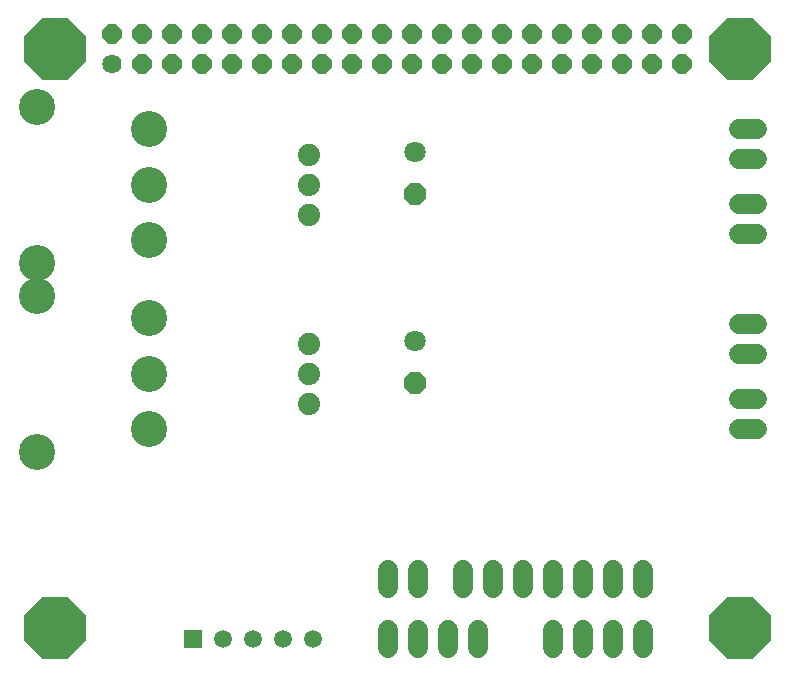
<source format=gbr>
G04 EAGLE Gerber RS-274X export*
G75*
%MOMM*%
%FSLAX34Y34*%
%LPD*%
%INSoldermask Bottom*%
%IPPOS*%
%AMOC8*
5,1,8,0,0,1.08239X$1,22.5*%
G01*
%ADD10C,1.625600*%
%ADD11P,1.759533X8X22.500000*%
%ADD12C,1.727200*%
%ADD13R,1.511200X1.511200*%
%ADD14C,1.511200*%
%ADD15C,1.879600*%
%ADD16P,1.951982X8X292.500000*%
%ADD17C,1.803400*%
%ADD18C,3.053200*%
%ADD19P,5.631892X8X22.500000*%


D10*
X83700Y512300D03*
D11*
X83700Y537700D03*
X109100Y512300D03*
X109100Y537700D03*
X134500Y512300D03*
X134500Y537700D03*
X159900Y512300D03*
X159900Y537700D03*
X185300Y512300D03*
X185300Y537700D03*
X210700Y512300D03*
X210700Y537700D03*
X236100Y512300D03*
X236100Y537700D03*
X261500Y512300D03*
X261500Y537700D03*
X286900Y512300D03*
X286900Y537700D03*
X312300Y512300D03*
X312300Y537700D03*
X337700Y512300D03*
X337700Y537700D03*
X363100Y512300D03*
X363100Y537700D03*
X388500Y512300D03*
X388500Y537700D03*
X413900Y512300D03*
X413900Y537700D03*
X439300Y512300D03*
X439300Y537700D03*
X464700Y512300D03*
X464700Y537700D03*
X490100Y512300D03*
X490100Y537700D03*
X515500Y512300D03*
X515500Y537700D03*
X540900Y512300D03*
X540900Y537700D03*
X566300Y512300D03*
X566300Y537700D03*
D12*
X317500Y33020D02*
X317500Y17780D01*
X342900Y17780D02*
X342900Y33020D01*
X368300Y33020D02*
X368300Y17780D01*
X393700Y17780D02*
X393700Y33020D01*
X457200Y33020D02*
X457200Y17780D01*
X482600Y17780D02*
X482600Y33020D01*
X508000Y33020D02*
X508000Y17780D01*
X533400Y17780D02*
X533400Y33020D01*
D13*
X152400Y25400D03*
D14*
X177800Y25400D03*
X203200Y25400D03*
X228600Y25400D03*
X254000Y25400D03*
D12*
X381000Y68580D02*
X381000Y83820D01*
X406400Y83820D02*
X406400Y68580D01*
X431800Y68580D02*
X431800Y83820D01*
X457200Y83820D02*
X457200Y68580D01*
X482600Y68580D02*
X482600Y83820D01*
X508000Y83820D02*
X508000Y68580D01*
X533400Y68580D02*
X533400Y83820D01*
X317500Y83820D02*
X317500Y68580D01*
X342900Y68580D02*
X342900Y83820D01*
X614680Y266700D02*
X629920Y266700D01*
X629920Y292100D02*
X614680Y292100D01*
X614680Y431800D02*
X629920Y431800D01*
X629920Y457200D02*
X614680Y457200D01*
D15*
X250000Y224600D03*
X250000Y250000D03*
X250000Y275400D03*
X250000Y384600D03*
X250000Y410000D03*
X250000Y435400D03*
D16*
X340000Y242220D03*
D17*
X340000Y277780D03*
D16*
X340000Y402220D03*
D17*
X340000Y437780D03*
D18*
X115300Y203000D03*
X115300Y250000D03*
X115300Y297000D03*
X20000Y183950D03*
X20000Y316050D03*
X115300Y363000D03*
X115300Y410000D03*
X115300Y457000D03*
X20000Y343950D03*
X20000Y476050D03*
D12*
X614680Y203200D02*
X629920Y203200D01*
X629920Y228600D02*
X614680Y228600D01*
X614680Y368300D02*
X629920Y368300D01*
X629920Y393700D02*
X614680Y393700D01*
D19*
X35000Y525000D03*
X615000Y525000D03*
X615000Y35000D03*
X35000Y35000D03*
M02*

</source>
